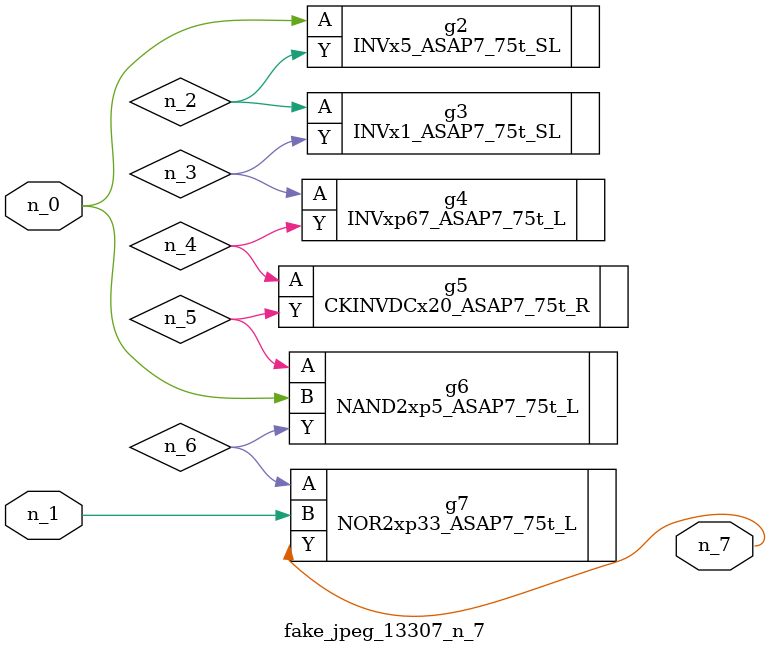
<source format=v>
module fake_jpeg_13307_n_7 (n_0, n_1, n_7);

input n_0;
input n_1;

output n_7;

wire n_3;
wire n_2;
wire n_4;
wire n_6;
wire n_5;

INVx5_ASAP7_75t_SL g2 ( 
.A(n_0),
.Y(n_2)
);

INVx1_ASAP7_75t_SL g3 ( 
.A(n_2),
.Y(n_3)
);

INVxp67_ASAP7_75t_L g4 ( 
.A(n_3),
.Y(n_4)
);

CKINVDCx20_ASAP7_75t_R g5 ( 
.A(n_4),
.Y(n_5)
);

NAND2xp5_ASAP7_75t_L g6 ( 
.A(n_5),
.B(n_0),
.Y(n_6)
);

NOR2xp33_ASAP7_75t_L g7 ( 
.A(n_6),
.B(n_1),
.Y(n_7)
);


endmodule
</source>
